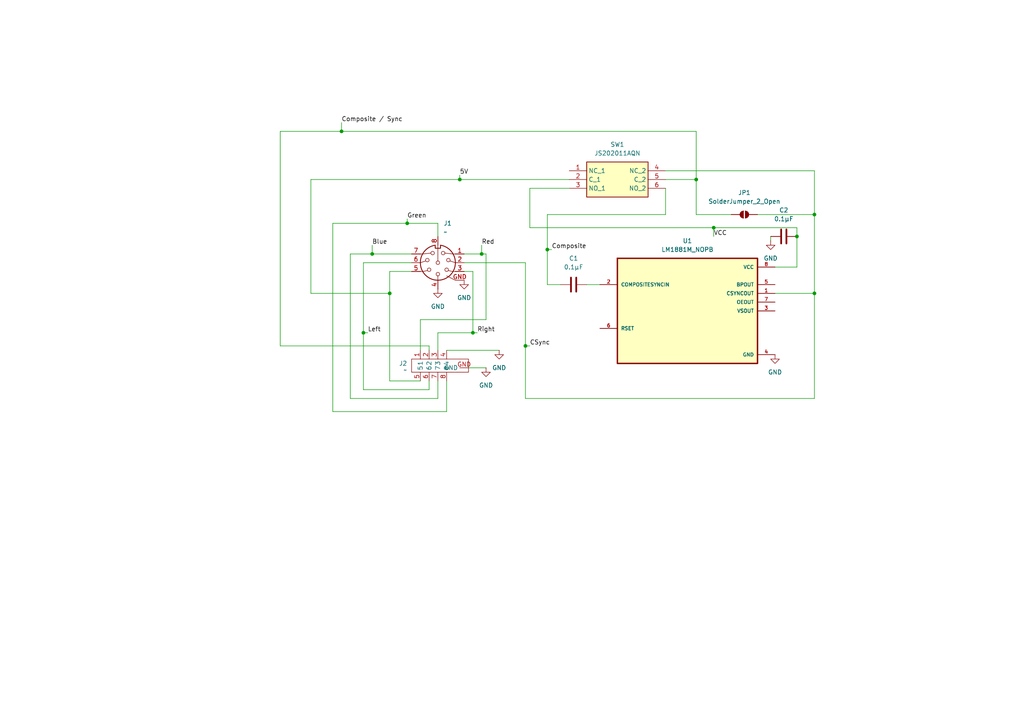
<source format=kicad_sch>
(kicad_sch (version 20250114) (generator "eeschema") (generator_version "9.0")
  (paper "A4")
  (lib_symbols
    (symbol "Custom_Connectors:DIN_8_270_Female_90"
      (property "Reference" "J" (at 0 0 0))
      (property "Footprint" "Custom_Connectors:DIN_8_270_Female_(90)" (at 0 0 0))
      (symbol "DIN_8_270_Female_90_0_1"
        (polyline (pts (xy -5.08 19.05) (xy -4.318 19.05) (xy -2.032 19.304)))
        (polyline (pts (xy -5.08 16.51) (xy -3.556 17.018)))
        (polyline (pts (xy -5.08 13.97) (xy -4.318 13.97) (xy -3.048 14.224)))
        (circle (center -3.048 17.272) (radius 0.508))
        (circle (center -2.54 14.478) (radius 0.508))
        (circle (center -1.524 19.304) (radius 0.508))
        (arc (start 0.762 21.59) (mid 3.8597 19.8479) (end 5.08 16.51) (stroke (width 0.254)))
        (polyline (pts (xy 0 17.018) (xy 0 21.59)))
        (arc (start 5.08 16.51) (mid 0 11.4521) (end -5.08 16.51) (stroke (width 0.254)))
        (circle (center 0 16.51) (radius 0.508))
        (circle (center 0 13.208) (radius 0.508))
        (polyline (pts (xy 0 11.43) (xy 0 12.7)))
        (arc (start -5.08 16.51) (mid -3.8673 19.8544) (end -0.762 21.59) (stroke (width 0.254)))
        (polyline (pts (xy 0.762 21.463) (xy 0.762 20.701) (xy -0.762 20.701) (xy -0.762 21.463)) (stroke (width 0.254)))
        (circle (center 1.524 19.304) (radius 0.508))
        (circle (center 2.54 14.478) (radius 0.508))
        (circle (center 3.048 17.272) (radius 0.508))
        (polyline (pts (xy 5.08 19.05) (xy 4.318 19.05) (xy 2.032 19.304)))
        (polyline (pts (xy 5.08 16.51) (xy 3.556 17.018)))
        (polyline (pts (xy 5.08 13.97) (xy 4.318 13.97) (xy 3.048 14.224)))
        (polyline (pts (xy 5.08 11.43) (xy 2.54 12.7)))
      )
      (symbol "DIN_8_270_Female_90_1_1"
        (pin passive line (at -7.62 19.05 0) (length 2.54) (name "~") (number "7"))
        (pin passive line (at -7.62 16.51 0) (length 2.54) (name "~") (number "6"))
        (pin passive line (at -7.62 13.97 0) (length 2.54) (name "~") (number "5"))
        (pin passive line (at 0 24.13 270) (length 2.54) (name "~") (number "8"))
        (pin passive line (at 0 8.89 90) (length 2.54) (name "~") (number "4"))
        (pin passive line (at 7.62 19.05 180) (length 2.54) (name "~") (number "1"))
        (pin passive line (at 7.62 16.51 180) (length 2.54) (name "~") (number "2"))
        (pin passive line (at 7.62 13.97 180) (length 2.54) (name "~") (number "3"))
        (pin passive line (at 7.62 11.43 180) (length 2.54) (name "") (number "GND"))
      )
    )
    (symbol "Custom_Connectors:Tee_Joint_9_Pin_Plane"
      (property "Reference" "J" (at 5.842 0.508 0))
      (symbol "Tee_Joint_9_Pin_Plane_0_1"
        (rectangle (start -7.62 6.35) (end 8.89 2.54))
      )
      (symbol "Tee_Joint_9_Pin_Plane_1_1"
        (pin passive line (at -5.08 8.89 270) (length 2.54) (name "1") (number "1"))
        (pin passive line (at -5.08 0 90) (length 2.54) (name "5") (number "5"))
        (pin passive line (at -2.54 8.89 270) (length 2.54) (name "2") (number "2"))
        (pin passive line (at -2.54 0 90) (length 2.54) (name "6") (number "6"))
        (pin passive line (at 0 8.89 270) (length 2.54) (name "3") (number "3"))
        (pin passive line (at 0 0 90) (length 2.54) (name "7") (number "7"))
        (pin passive line (at 2.54 8.89 270) (length 2.54) (name "4") (number "4"))
        (pin passive line (at 2.54 0 90) (length 2.54) (name "8") (number "8"))
        (pin passive line (at 8.89 3.81 180) (length 2.54) (name "GND") (number "GND"))
      )
    )
    (symbol "Custom_IC:LM1881M_NOPB" (pin_names (offset 1.016))
      (property "Reference" "U" (at -20.32 16.24 0))
      (property "Value" "LM1881M_NOPB" (at -9.144 -23.114 0))
      (symbol "LM1881M_NOPB_0_0"
        (rectangle (start -20.32 -15.24) (end 20.32 15.24) (stroke (width 0.41)) (fill (type background)))
        (pin input line (at -25.4 7.62 0) (length 5.08) (name "COMPOSITESYNCIN") (number "2"))
        (pin bidirectional line (at -25.4 -5.08 0) (length 5.08) (name "RSET") (number "6"))
        (pin power_in line (at 25.4 12.7 180) (length 5.08) (name "VCC") (number "8"))
        (pin output line (at 25.4 7.62 180) (length 5.08) (name "BPOUT") (number "5"))
        (pin output line (at 25.4 5.08 180) (length 5.08) (name "CSYNCOUT") (number "1"))
        (pin output line (at 25.4 2.54 180) (length 5.08) (name "OEOUT") (number "7"))
        (pin output line (at 25.4 0 180) (length 5.08) (name "VSOUT") (number "3"))
        (pin power_in line (at 25.4 -12.7 180) (length 5.08) (name "GND") (number "4"))
      )
    )
    (symbol "Custom_Switches:JS202011AQN"
      (property "Reference" "SW" (at 24.13 7.62 0))
      (property "Value" "JS202011AQN" (at 24.13 5.08 0))
      (symbol "JS202011AQN_1_1"
        (rectangle (start 5.08 2.54) (end 22.86 -7.62) (stroke (width 0.254)) (fill (type background)))
        (pin passive line (at 0 0 0) (length 5.08) (name "NC_1") (number "1"))
        (pin passive line (at 0 -2.54 0) (length 5.08) (name "C_1") (number "2"))
        (pin passive line (at 0 -5.08 0) (length 5.08) (name "NO_1") (number "3"))
        (pin passive line (at 27.94 0 180) (length 5.08) (name "NC_2") (number "4"))
        (pin passive line (at 27.94 -2.54 180) (length 5.08) (name "C_2") (number "5"))
        (pin passive line (at 27.94 -5.08 180) (length 5.08) (name "NO_2") (number "6"))
      )
    )
    (symbol "Device:C" (pin_numbers (hide yes)) (pin_names (offset 0.254))
      (property "Reference" "C" (at 0.635 2.54 0))
      (property "Value" "C" (at 0.635 -2.54 0))
      (symbol "C_0_1"
        (polyline (pts (xy -2.032 0.762) (xy 2.032 0.762)) (stroke (width 0.508)))
        (polyline (pts (xy -2.032 -0.762) (xy 2.032 -0.762)) (stroke (width 0.508)))
      )
      (symbol "C_1_1"
        (pin passive line (at 0 3.81 270) (length 2.794) (name "~") (number "1"))
        (pin passive line (at 0 -3.81 90) (length 2.794) (name "~") (number "2"))
      )
    )
    (symbol "Jumper:SolderJumper_2_Open" (pin_numbers (hide yes)) (pin_names (offset 0) (hide yes)) (exclude_from_sim yes) (in_bom no)
      (property "Reference" "JP" (at 0 2.032 0))
      (property "Value" "SolderJumper_2_Open" (at 0 -2.54 0))
      (symbol "SolderJumper_2_Open_0_1"
        (polyline (pts (xy -0.254 1.016) (xy -0.254 -1.016)))
        (arc (start -0.254 -1.016) (mid -1.2656 0) (end -0.254 1.016))
        (arc (start -0.254 -1.016) (mid -1.2656 0) (end -0.254 1.016) (fill (type outline)))
        (arc (start 0.254 1.016) (mid 1.2656 0) (end 0.254 -1.016))
        (arc (start 0.254 1.016) (mid 1.2656 0) (end 0.254 -1.016) (fill (type outline)))
        (polyline (pts (xy 0.254 1.016) (xy 0.254 -1.016)))
      )
      (symbol "SolderJumper_2_Open_1_1"
        (pin passive line (at -3.81 0 0) (length 2.54) (name "A") (number "1"))
        (pin passive line (at 3.81 0 180) (length 2.54) (name "B") (number "2"))
      )
    )
    (symbol "power:GND" (power) (pin_numbers (hide yes)) (pin_names (offset 0) (hide yes))
      (property "Value" "GND" (at 0 -3.81 0))
      (symbol "GND_0_1"
        (polyline (pts (xy 0 0) (xy 0 -1.27) (xy 1.27 -1.27) (xy 0 -2.54) (xy -1.27 -1.27) (xy 0 -1.27)))
      )
      (symbol "GND_1_1"
        (pin power_in line (at 0 0 270) (length 0) (name "~") (number "1"))
      )
    )
  )
  (junction (at 201.93 52.07))
  (junction (at 118.11 64.77))
  (junction (at 137.16 96.52))
  (junction (at 113.03 85.09))
  (junction (at 152.4 100.33))
  (junction (at 231.14 68.58))
  (junction (at 139.7 73.66))
  (junction (at 236.22 62.23))
  (junction (at 133.35 52.07))
  (junction (at 105.41 96.52))
  (junction (at 99.06 38.1))
  (junction (at 158.75 72.39))
  (junction (at 207.01 66.04))
  (junction (at 107.95 73.66))
  (junction (at 236.22 85.09))
  (wire (pts (xy 113.03 85.09) (xy 113.03 78.74)))
  (wire (pts (xy 133.35 52.07) (xy 165.1 52.07)))
  (wire (pts (xy 153.67 54.61) (xy 153.67 66.04)))
  (wire (pts (xy 152.4 76.2) (xy 152.4 100.33)))
  (wire (pts (xy 139.7 73.66) (xy 140.97 73.66)))
  (wire (pts (xy 152.4 115.57) (xy 236.22 115.57)))
  (wire (pts (xy 236.22 85.09) (xy 224.79 85.09)))
  (wire (pts (xy 140.97 92.71) (xy 121.92 92.71)))
  (wire (pts (xy 139.7 71.12) (xy 139.7 73.66)))
  (wire (pts (xy 135.89 106.68) (xy 140.97 106.68)))
  (wire (pts (xy 137.16 78.74) (xy 137.16 96.52)))
  (wire (pts (xy 121.92 92.71) (xy 121.92 101.6)))
  (wire (pts (xy 231.14 68.58) (xy 231.14 77.47)))
  (wire (pts (xy 133.35 50.8) (xy 133.35 52.07)))
  (wire (pts (xy 107.95 71.12) (xy 107.95 73.66)))
  (wire (pts (xy 119.38 76.2) (xy 105.41 76.2)))
  (wire (pts (xy 223.52 68.58) (xy 223.52 69.85)))
  (wire (pts (xy 113.03 110.49) (xy 113.03 85.09)))
  (wire (pts (xy 236.22 115.57) (xy 236.22 85.09)))
  (wire (pts (xy 134.62 76.2) (xy 152.4 76.2)))
  (wire (pts (xy 81.28 100.33) (xy 81.28 38.1)))
  (wire (pts (xy 105.41 76.2) (xy 105.41 96.52)))
  (wire (pts (xy 119.38 73.66) (xy 107.95 73.66)))
  (wire (pts (xy 124.46 113.03) (xy 124.46 110.49)))
  (wire (pts (xy 137.16 96.52) (xy 138.43 96.52)))
  (wire (pts (xy 90.17 85.09) (xy 90.17 52.07)))
  (wire (pts (xy 201.93 38.1) (xy 201.93 52.07)))
  (wire (pts (xy 153.67 54.61) (xy 165.1 54.61)))
  (wire (pts (xy 129.54 101.6) (xy 144.78 101.6)))
  (wire (pts (xy 193.04 49.53) (xy 236.22 49.53)))
  (wire (pts (xy 101.6 73.66) (xy 101.6 115.57)))
  (wire (pts (xy 201.93 62.23) (xy 201.93 52.07)))
  (wire (pts (xy 236.22 62.23) (xy 236.22 85.09)))
  (wire (pts (xy 134.62 73.66) (xy 139.7 73.66)))
  (wire (pts (xy 158.75 72.39) (xy 158.75 82.55)))
  (wire (pts (xy 107.95 73.66) (xy 101.6 73.66)))
  (wire (pts (xy 105.41 96.52) (xy 106.68 96.52)))
  (wire (pts (xy 140.97 73.66) (xy 140.97 92.71)))
  (wire (pts (xy 105.41 96.52) (xy 105.41 113.03)))
  (wire (pts (xy 99.06 38.1) (xy 201.93 38.1)))
  (wire (pts (xy 158.75 62.23) (xy 193.04 62.23)))
  (wire (pts (xy 158.75 62.23) (xy 158.75 72.39)))
  (wire (pts (xy 127 115.57) (xy 127 110.49)))
  (wire (pts (xy 127 68.58) (xy 127 64.77)))
  (wire (pts (xy 105.41 113.03) (xy 124.46 113.03)))
  (wire (pts (xy 153.67 66.04) (xy 207.01 66.04)))
  (wire (pts (xy 81.28 38.1) (xy 99.06 38.1)))
  (wire (pts (xy 129.54 119.38) (xy 129.54 110.49)))
  (wire (pts (xy 236.22 62.23) (xy 219.71 62.23)))
  (wire (pts (xy 201.93 62.23) (xy 212.09 62.23)))
  (wire (pts (xy 118.11 63.5) (xy 118.11 64.77)))
  (wire (pts (xy 231.14 68.58) (xy 231.14 66.04)))
  (wire (pts (xy 236.22 62.23) (xy 236.22 49.53)))
  (wire (pts (xy 96.52 119.38) (xy 129.54 119.38)))
  (wire (pts (xy 152.4 100.33) (xy 152.4 115.57)))
  (wire (pts (xy 158.75 72.39) (xy 160.02 72.39)))
  (wire (pts (xy 207.01 66.04) (xy 231.14 66.04)))
  (wire (pts (xy 201.93 52.07) (xy 193.04 52.07)))
  (wire (pts (xy 193.04 62.23) (xy 193.04 54.61)))
  (wire (pts (xy 96.52 64.77) (xy 96.52 119.38)))
  (wire (pts (xy 207.01 66.04) (xy 207.01 68.58)))
  (wire (pts (xy 224.79 77.47) (xy 231.14 77.47)))
  (wire (pts (xy 170.18 82.55) (xy 173.99 82.55)))
  (wire (pts (xy 90.17 52.07) (xy 133.35 52.07)))
  (wire (pts (xy 152.4 100.33) (xy 153.67 100.33)))
  (wire (pts (xy 137.16 96.52) (xy 127 96.52)))
  (wire (pts (xy 134.62 78.74) (xy 137.16 78.74)))
  (wire (pts (xy 113.03 78.74) (xy 119.38 78.74)))
  (wire (pts (xy 118.11 64.77) (xy 96.52 64.77)))
  (wire (pts (xy 124.46 100.33) (xy 81.28 100.33)))
  (wire (pts (xy 158.75 82.55) (xy 162.56 82.55)))
  (wire (pts (xy 124.46 101.6) (xy 124.46 100.33)))
  (wire (pts (xy 113.03 85.09) (xy 90.17 85.09)))
  (wire (pts (xy 121.92 110.49) (xy 113.03 110.49)))
  (wire (pts (xy 101.6 115.57) (xy 127 115.57)))
  (wire (pts (xy 99.06 35.56) (xy 99.06 38.1)))
  (wire (pts (xy 127 64.77) (xy 118.11 64.77)))
  (wire (pts (xy 127 96.52) (xy 127 101.6)))
  (label "Left" (at 106.68 96.52 0))
  (label "Composite {slash} Sync" (at 99.06 35.56 0))
  (label "Green" (at 118.11 63.5 0))
  (label "5V" (at 133.35 50.8 0))
  (label "Blue" (at 107.95 71.12 0))
  (label "Red" (at 139.7 71.12 0))
  (label "CSync" (at 153.67 100.33 0))
  (label "Composite" (at 160.02 72.39 0))
  (label "Right" (at 138.43 96.52 0))
  (label "VCC" (at 207.01 68.58 0))
  (symbol (lib_id "Device:C") (at 227.33 68.58 90) (unit 1)
    (property "Reference" "C2" (at 227.33 60.96 90))
    (property "Value" "0.1µF" (at 227.33 63.5 90))
    (property "Footprint" "Capacitor_SMD:C_0805_2012Metric_Pad1.18x1.45mm_HandSolder" (effects (hide yes)))
    (property "Description" "Unpolarized capacitor" (effects (hide yes)))
  )
  (symbol (lib_id "power:GND") (at 134.62 81.28 0) (unit 1)
    (property "Reference" "#PWR02" (effects (hide yes)))
    (property "Value" "GND" (at 134.62 86.36 0))
    (property "Description" "Power symbol creates a global label with name \"GND\" , ground" (effects (hide yes)))
  )
  (symbol (lib_id "Custom_Connectors:Tee_Joint_9_Pin_Plane") (at 127 110.49 0) (unit 1)
    (property "Reference" "J2" (at 118.11 105.4099 0) (effects (justify right)))
    (property "Value" "~" (at 118.11 107.315 0) (effects (justify right)))
    (property "Footprint" "Custom_Connectors:Tee Joint 9 Pin Plane" (effects (hide yes)))
  )
  (symbol (lib_id "power:GND") (at 224.79 102.87 0) (unit 1)
    (property "Reference" "#PWR01" (effects (hide yes)))
    (property "Value" "GND" (at 224.79 107.95 0))
    (property "Description" "Power symbol creates a global label with name \"GND\" , ground" (effects (hide yes)))
  )
  (symbol (lib_id "Device:C") (at 166.37 82.55 90) (unit 1)
    (property "Reference" "C1" (at 166.37 74.93 90))
    (property "Value" "0.1µF" (at 166.37 77.47 90))
    (property "Footprint" "Capacitor_SMD:C_0805_2012Metric_Pad1.18x1.45mm_HandSolder" (effects (hide yes)))
    (property "Description" "Unpolarized capacitor" (effects (hide yes)))
  )
  (symbol (lib_id "Custom_IC:LM1881M_NOPB") (at 199.39 90.17 0) (unit 1)
    (property "Reference" "U1" (at 199.39 69.85 0))
    (property "Value" "LM1881M_NOPB" (at 199.39 72.39 0))
    (property "Footprint" "Custom_IC:LM1881M" (effects (hide yes)))
    (property "MF" "Texas Instruments" (effects (hide yes)))
    (property "Package" "SOIC-8 Texas Instruments" (effects (hide yes)))
    (property "MP" "LM1881M/NOPB" (effects (hide yes)))
  )
  (symbol (lib_id "power:GND") (at 140.97 106.68 0) (unit 1)
    (property "Reference" "#PWR03" (effects (hide yes)))
    (property "Value" "GND" (at 140.97 111.76 0))
    (property "Description" "Power symbol creates a global label with name \"GND\" , ground" (effects (hide yes)))
  )
  (symbol (lib_id "power:GND") (at 144.78 101.6 0) (unit 1)
    (property "Reference" "#PWR06" (effects (hide yes)))
    (property "Value" "GND" (at 144.78 106.68 0))
    (property "Description" "Power symbol creates a global label with name \"GND\" , ground" (effects (hide yes)))
  )
  (symbol (lib_id "power:GND") (at 223.52 69.85 0) (unit 1)
    (property "Reference" "#PWR05" (effects (hide yes)))
    (property "Value" "GND" (at 223.52 74.93 0))
    (property "Description" "Power symbol creates a global label with name \"GND\" , ground" (effects (hide yes)))
  )
  (symbol (lib_id "Custom_Connectors:DIN_8_270_Female_90") (at 127 92.71 0) (unit 1)
    (property "Reference" "J1" (at 128.6511 64.77 0) (effects (justify left)))
    (property "Value" "~" (at 128.6511 67.31 0) (effects (justify left)))
    (property "Footprint" "Custom_Connectors:DIN_8_270_Female_(90)" (effects (hide yes)))
  )
  (symbol (lib_id "Jumper:SolderJumper_2_Open") (at 215.9 62.23 0) (unit 1) (exclude_from_sim yes) (in_bom no)
    (property "Reference" "JP1" (at 215.9 55.88 0))
    (property "Value" "SolderJumper_2_Open" (at 215.9 58.42 0))
    (property "Footprint" "Custom_Jumpers:Jumper Small (1.5x1mm)" (effects (hide yes)))
    (property "Description" "Solder Jumper, 2-pole, open" (effects (hide yes)))
  )
  (symbol (lib_id "Custom_Switches:JS202011AQN") (at 165.1 49.53 0) (unit 1)
    (property "Reference" "SW1" (at 179.07 41.91 0))
    (property "Value" "JS202011AQN" (at 179.07 44.45 0))
    (property "Footprint" "Custom_Switches:JS202011AQN" (effects (hide yes)))
    (property "Datasheet" "https://www.ckswitches.com/media/1422/js.pdf" (effects (hide yes)))
    (property "Description" "SWITCH SLIDE SPDT 300MA 6V" (effects (hide yes)))
    (property "Height" "3" (effects (hide yes)))
    (property "Mouser Part Number" "611-JS202011AQN" (effects (hide yes)))
    (property "Mouser Price/Stock" "https://www.mouser.co.uk/ProductDetail/CK/JS202011AQN?qs=LgMIjt8LuD%252Bmsz6wAeWWtQ%3D%3D" (effects (hide yes)))
    (property "Manufacturer_Name" "C & K COMPONENTS" (effects (hide yes)))
    (property "Manufacturer_Part_Number" "JS202011AQN" (effects (hide yes)))
  )
  (symbol (lib_id "power:GND") (at 127 83.82 0) (unit 1)
    (property "Reference" "#PWR04" (effects (hide yes)))
    (property "Value" "GND" (at 127 88.9 0))
    (property "Description" "Power symbol creates a global label with name \"GND\" , ground" (effects (hide yes)))
  )
)
</source>
